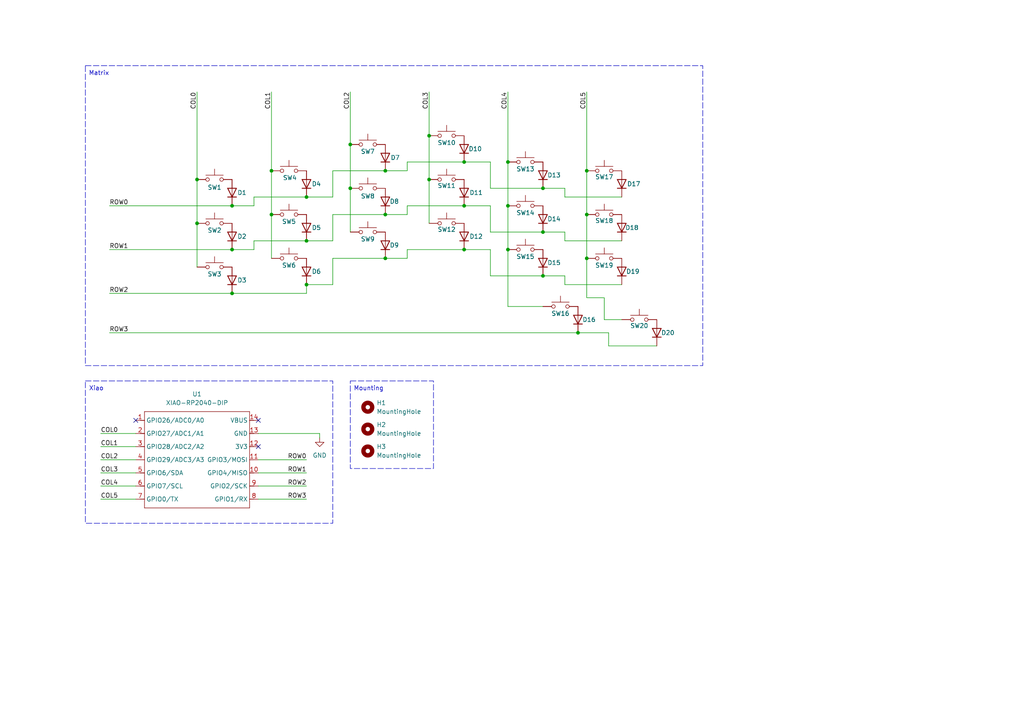
<source format=kicad_sch>
(kicad_sch (version 20250114) (generator "eeschema") (generator_version "9.0")
  (paper "A4")
  (lib_symbols
    (symbol "Device:D" (pin_numbers (hide yes)) (pin_names (offset 1.016) (hide yes))
      (property "Reference" "D" (at 0 2.54 0))
      (property "Value" "D" (at 0 -2.54 0))
      (symbol "D_0_1"
        (polyline (pts (xy -1.27 1.27) (xy -1.27 -1.27)) (stroke (width 0.254)))
        (polyline (pts (xy 1.27 1.27) (xy 1.27 -1.27) (xy -1.27 0) (xy 1.27 1.27)) (stroke (width 0.254)))
        (polyline (pts (xy 1.27 0) (xy -1.27 0)))
      )
      (symbol "D_1_1"
        (pin passive line (at -3.81 0 0) (length 2.54) (name "K") (number "1"))
        (pin passive line (at 3.81 0 180) (length 2.54) (name "A") (number "2"))
      )
    )
    (symbol "Mechanical:MountingHole" (pin_names (offset 1.016)) (in_bom no)
      (property "Reference" "H" (at 0 5.08 0))
      (property "Value" "MountingHole" (at 0 3.175 0))
      (symbol "MountingHole_0_1"
        (circle (center 0 0) (radius 1.27) (stroke (width 1.27)))
      )
    )
    (symbol "Seeed_Studio_XIAO_Series:XIAO-RP2040-DIP"
      (property "Reference" "U" (at 0 0 0))
      (property "Value" "XIAO-RP2040-DIP" (at 5.334 -1.778 0))
      (symbol "XIAO-RP2040-DIP_1_0"
        (polyline (pts (xy -1.27 -2.54) (xy 29.21 -2.54)) (stroke (width 0.1524)))
        (polyline (pts (xy -1.27 -5.08) (xy -2.54 -5.08)) (stroke (width 0.1524)))
        (polyline (pts (xy -1.27 -5.08) (xy -1.27 -2.54)) (stroke (width 0.1524)))
        (polyline (pts (xy -1.27 -8.89) (xy -2.54 -8.89)) (stroke (width 0.1524)))
        (polyline (pts (xy -1.27 -8.89) (xy -1.27 -5.08)) (stroke (width 0.1524)))
        (polyline (pts (xy -1.27 -12.7) (xy -2.54 -12.7)) (stroke (width 0.1524)))
        (polyline (pts (xy -1.27 -12.7) (xy -1.27 -8.89)) (stroke (width 0.1524)))
        (polyline (pts (xy -1.27 -16.51) (xy -2.54 -16.51)) (stroke (width 0.1524)))
        (polyline (pts (xy -1.27 -16.51) (xy -1.27 -12.7)) (stroke (width 0.1524)))
        (polyline (pts (xy -1.27 -20.32) (xy -2.54 -20.32)) (stroke (width 0.1524)))
        (polyline (pts (xy -1.27 -24.13) (xy -2.54 -24.13)) (stroke (width 0.1524)))
        (polyline (pts (xy -1.27 -27.94) (xy -2.54 -27.94)) (stroke (width 0.1524)))
        (polyline (pts (xy -1.27 -30.48) (xy -1.27 -16.51)) (stroke (width 0.1524)))
        (polyline (pts (xy 29.21 -2.54) (xy 29.21 -5.08)) (stroke (width 0.1524)))
        (polyline (pts (xy 29.21 -5.08) (xy 29.21 -8.89)) (stroke (width 0.1524)))
        (polyline (pts (xy 29.21 -8.89) (xy 29.21 -12.7)) (stroke (width 0.1524)))
        (polyline (pts (xy 29.21 -12.7) (xy 29.21 -30.48)) (stroke (width 0.1524)))
        (polyline (pts (xy 29.21 -30.48) (xy -1.27 -30.48)) (stroke (width 0.1524)))
        (polyline (pts (xy 30.48 -5.08) (xy 29.21 -5.08)) (stroke (width 0.1524)))
        (polyline (pts (xy 30.48 -8.89) (xy 29.21 -8.89)) (stroke (width 0.1524)))
        (polyline (pts (xy 30.48 -12.7) (xy 29.21 -12.7)) (stroke (width 0.1524)))
        (polyline (pts (xy 30.48 -16.51) (xy 29.21 -16.51)) (stroke (width 0.1524)))
        (polyline (pts (xy 30.48 -20.32) (xy 29.21 -20.32)) (stroke (width 0.1524)))
        (polyline (pts (xy 30.48 -24.13) (xy 29.21 -24.13)) (stroke (width 0.1524)))
        (polyline (pts (xy 30.48 -27.94) (xy 29.21 -27.94)) (stroke (width 0.1524)))
        (pin passive line (at -3.81 -5.08 0) (length 2.54) (name "GPIO26/ADC0/A0") (number "1"))
        (pin passive line (at -3.81 -8.89 0) (length 2.54) (name "GPIO27/ADC1/A1") (number "2"))
        (pin passive line (at -3.81 -12.7 0) (length 2.54) (name "GPIO28/ADC2/A2") (number "3"))
        (pin passive line (at -3.81 -16.51 0) (length 2.54) (name "GPIO29/ADC3/A3") (number "4"))
        (pin passive line (at -3.81 -20.32 0) (length 2.54) (name "GPIO6/SDA") (number "5"))
        (pin passive line (at -3.81 -24.13 0) (length 2.54) (name "GPIO7/SCL") (number "6"))
        (pin passive line (at -3.81 -27.94 0) (length 2.54) (name "GPIO0/TX") (number "7"))
        (pin passive line (at 31.75 -5.08 180) (length 2.54) (name "VBUS") (number "14"))
        (pin passive line (at 31.75 -8.89 180) (length 2.54) (name "GND") (number "13"))
        (pin passive line (at 31.75 -12.7 180) (length 2.54) (name "3V3") (number "12"))
        (pin passive line (at 31.75 -16.51 180) (length 2.54) (name "GPIO3/MOSI") (number "11"))
        (pin passive line (at 31.75 -20.32 180) (length 2.54) (name "GPIO4/MISO") (number "10"))
        (pin passive line (at 31.75 -24.13 180) (length 2.54) (name "GPIO2/SCK") (number "9"))
        (pin passive line (at 31.75 -27.94 180) (length 2.54) (name "GPIO1/RX") (number "8"))
      )
    )
    (symbol "Switch:SW_Push" (pin_numbers (hide yes)) (pin_names (offset 1.016) (hide yes))
      (property "Reference" "SW" (at 1.27 2.54 0))
      (property "Value" "SW_Push" (at 0 -1.524 0))
      (symbol "SW_Push_0_1"
        (circle (center -2.032 0) (radius 0.508))
        (polyline (pts (xy 0 1.27) (xy 0 3.048)))
        (circle (center 2.032 0) (radius 0.508))
        (polyline (pts (xy 2.54 1.27) (xy -2.54 1.27)))
        (pin passive line (at -5.08 0 0) (length 2.54) (name "1") (number "1"))
        (pin passive line (at 5.08 0 180) (length 2.54) (name "2") (number "2"))
      )
    )
    (symbol "power:GND" (power) (pin_numbers (hide yes)) (pin_names (offset 0) (hide yes))
      (property "Value" "GND" (at 0 -3.81 0))
      (symbol "GND_0_1"
        (polyline (pts (xy 0 0) (xy 0 -1.27) (xy 1.27 -1.27) (xy 0 -2.54) (xy -1.27 -1.27) (xy 0 -1.27)))
      )
      (symbol "GND_1_1"
        (pin power_in line (at 0 0 270) (length 0) (name "~") (number "1"))
      )
    )
  )
  (rectangle (start 24.765 19.05) (end 203.835 106.045) (stroke (width 0) (type dash)))
  (rectangle (start 101.6 110.49) (end 125.73 135.89) (stroke (width 0) (type dash)))
  (rectangle (start 24.765 110.49) (end 96.52 151.765) (stroke (width 0) (type dash)))
  (text "Xiao" (at 27.94 112.776 0) (effects (font (size 1.27 1.27))))
  (text "Mounting" (at 106.934 112.776 0) (effects (font (size 1.27 1.27))))
  (text "Matrix" (at 28.702 21.336 0) (effects (font (size 1.27 1.27))))
  (junction (at 111.76 49.53))
  (junction (at 67.31 85.09))
  (junction (at 147.32 46.99))
  (junction (at 88.9 69.85))
  (junction (at 67.31 72.39))
  (junction (at 57.15 52.07))
  (junction (at 124.46 52.07))
  (junction (at 170.18 62.23))
  (junction (at 147.32 72.39))
  (junction (at 157.48 80.01))
  (junction (at 88.9 57.15))
  (junction (at 57.15 64.77))
  (junction (at 134.62 46.99))
  (junction (at 157.48 54.61))
  (junction (at 111.76 74.93))
  (junction (at 88.9 82.55))
  (junction (at 147.32 59.69))
  (junction (at 134.62 59.69))
  (junction (at 124.46 39.37))
  (junction (at 101.6 41.91))
  (junction (at 101.6 54.61))
  (junction (at 78.74 49.53))
  (junction (at 167.64 96.52))
  (junction (at 111.76 62.23))
  (junction (at 157.48 67.31))
  (junction (at 67.31 59.69))
  (junction (at 170.18 74.93))
  (junction (at 78.74 62.23))
  (junction (at 134.62 72.39))
  (junction (at 170.18 49.53))
  (no_connect (at 39.37 121.92))
  (no_connect (at 74.93 121.92))
  (no_connect (at 74.93 129.54))
  (wire (pts (xy 142.24 67.31) (xy 157.48 67.31)))
  (wire (pts (xy 29.21 129.54) (xy 39.37 129.54)))
  (wire (pts (xy 163.83 57.15) (xy 180.34 57.15)))
  (wire (pts (xy 170.18 86.36) (xy 175.26 86.36)))
  (wire (pts (xy 111.76 74.93) (xy 118.11 74.93)))
  (wire (pts (xy 67.31 72.39) (xy 73.66 72.39)))
  (wire (pts (xy 118.11 74.93) (xy 118.11 72.39)))
  (wire (pts (xy 88.9 57.15) (xy 96.52 57.15)))
  (wire (pts (xy 57.15 64.77) (xy 57.15 77.47)))
  (wire (pts (xy 142.24 72.39) (xy 142.24 80.01)))
  (wire (pts (xy 170.18 49.53) (xy 170.18 62.23)))
  (wire (pts (xy 96.52 62.23) (xy 111.76 62.23)))
  (wire (pts (xy 118.11 49.53) (xy 118.11 46.99)))
  (wire (pts (xy 118.11 72.39) (xy 134.62 72.39)))
  (wire (pts (xy 163.83 82.55) (xy 180.34 82.55)))
  (wire (pts (xy 96.52 74.93) (xy 111.76 74.93)))
  (wire (pts (xy 88.9 69.85) (xy 96.52 69.85)))
  (wire (pts (xy 124.46 39.37) (xy 124.46 52.07)))
  (wire (pts (xy 118.11 59.69) (xy 134.62 59.69)))
  (wire (pts (xy 134.62 59.69) (xy 142.24 59.69)))
  (wire (pts (xy 88.9 82.55) (xy 96.52 82.55)))
  (wire (pts (xy 78.74 49.53) (xy 78.74 62.23)))
  (wire (pts (xy 142.24 59.69) (xy 142.24 67.31)))
  (wire (pts (xy 147.32 46.99) (xy 147.32 59.69)))
  (wire (pts (xy 101.6 26.67) (xy 101.6 41.91)))
  (wire (pts (xy 175.26 86.36) (xy 175.26 92.71)))
  (wire (pts (xy 118.11 46.99) (xy 134.62 46.99)))
  (wire (pts (xy 29.21 144.78) (xy 39.37 144.78)))
  (wire (pts (xy 147.32 59.69) (xy 147.32 72.39)))
  (wire (pts (xy 96.52 69.85) (xy 96.52 62.23)))
  (wire (pts (xy 170.18 62.23) (xy 170.18 74.93)))
  (wire (pts (xy 157.48 67.31) (xy 163.83 67.31)))
  (wire (pts (xy 67.31 85.09) (xy 88.9 85.09)))
  (wire (pts (xy 74.93 133.35) (xy 88.9 133.35)))
  (wire (pts (xy 157.48 80.01) (xy 163.83 80.01)))
  (wire (pts (xy 118.11 62.23) (xy 118.11 59.69)))
  (wire (pts (xy 67.31 59.69) (xy 73.66 59.69)))
  (wire (pts (xy 96.52 57.15) (xy 96.52 49.53)))
  (wire (pts (xy 31.75 72.39) (xy 67.31 72.39)))
  (wire (pts (xy 74.93 125.73) (xy 92.71 125.73)))
  (wire (pts (xy 142.24 80.01) (xy 157.48 80.01)))
  (wire (pts (xy 170.18 26.67) (xy 170.18 49.53)))
  (wire (pts (xy 163.83 69.85) (xy 180.34 69.85)))
  (wire (pts (xy 176.53 100.33) (xy 176.53 96.52)))
  (wire (pts (xy 134.62 72.39) (xy 142.24 72.39)))
  (wire (pts (xy 147.32 26.67) (xy 147.32 46.99)))
  (wire (pts (xy 190.5 100.33) (xy 176.53 100.33)))
  (wire (pts (xy 73.66 57.15) (xy 88.9 57.15)))
  (wire (pts (xy 31.75 85.09) (xy 67.31 85.09)))
  (wire (pts (xy 134.62 46.99) (xy 142.24 46.99)))
  (wire (pts (xy 124.46 26.67) (xy 124.46 39.37)))
  (wire (pts (xy 163.83 67.31) (xy 163.83 69.85)))
  (wire (pts (xy 73.66 69.85) (xy 73.66 72.39)))
  (wire (pts (xy 57.15 52.07) (xy 57.15 64.77)))
  (wire (pts (xy 73.66 57.15) (xy 73.66 59.69)))
  (wire (pts (xy 78.74 62.23) (xy 78.74 74.93)))
  (wire (pts (xy 124.46 52.07) (xy 124.46 64.77)))
  (wire (pts (xy 29.21 140.97) (xy 39.37 140.97)))
  (wire (pts (xy 147.32 72.39) (xy 147.32 88.9)))
  (wire (pts (xy 111.76 62.23) (xy 118.11 62.23)))
  (wire (pts (xy 101.6 54.61) (xy 101.6 67.31)))
  (wire (pts (xy 142.24 54.61) (xy 157.48 54.61)))
  (wire (pts (xy 170.18 74.93) (xy 170.18 86.36)))
  (wire (pts (xy 29.21 137.16) (xy 39.37 137.16)))
  (wire (pts (xy 29.21 125.73) (xy 39.37 125.73)))
  (wire (pts (xy 88.9 69.85) (xy 73.66 69.85)))
  (wire (pts (xy 111.76 49.53) (xy 118.11 49.53)))
  (wire (pts (xy 147.32 88.9) (xy 157.48 88.9)))
  (wire (pts (xy 101.6 41.91) (xy 101.6 54.61)))
  (wire (pts (xy 96.52 49.53) (xy 111.76 49.53)))
  (wire (pts (xy 88.9 85.09) (xy 88.9 82.55)))
  (wire (pts (xy 142.24 46.99) (xy 142.24 54.61)))
  (wire (pts (xy 163.83 54.61) (xy 163.83 57.15)))
  (wire (pts (xy 31.75 59.69) (xy 67.31 59.69)))
  (wire (pts (xy 74.93 137.16) (xy 88.9 137.16)))
  (wire (pts (xy 163.83 80.01) (xy 163.83 82.55)))
  (wire (pts (xy 96.52 82.55) (xy 96.52 74.93)))
  (wire (pts (xy 57.15 26.67) (xy 57.15 52.07)))
  (wire (pts (xy 29.21 133.35) (xy 39.37 133.35)))
  (wire (pts (xy 31.75 96.52) (xy 167.64 96.52)))
  (wire (pts (xy 175.26 92.71) (xy 180.34 92.71)))
  (wire (pts (xy 167.64 96.52) (xy 176.53 96.52)))
  (wire (pts (xy 74.93 140.97) (xy 88.9 140.97)))
  (wire (pts (xy 78.74 26.67) (xy 78.74 49.53)))
  (wire (pts (xy 74.93 144.78) (xy 88.9 144.78)))
  (wire (pts (xy 92.71 125.73) (xy 92.71 127)))
  (wire (pts (xy 157.48 54.61) (xy 163.83 54.61)))
  (label "ROW0" (at 88.9 133.35 180))
  (label "COL2" (at 29.21 133.35 0))
  (label "COL3" (at 124.46 26.67 270))
  (label "COL4" (at 147.32 26.67 270))
  (label "COL5" (at 29.21 144.78 0))
  (label "ROW2" (at 31.75 85.09 0))
  (label "ROW3" (at 88.9 144.78 180))
  (label "COL0" (at 29.21 125.73 0))
  (label "ROW0" (at 31.75 59.69 0))
  (label "COL2" (at 101.6 26.67 270))
  (label "ROW1" (at 88.9 137.16 180))
  (label "ROW2" (at 88.9 140.97 180))
  (label "COL0" (at 57.15 26.67 270))
  (label "COL3" (at 29.21 137.16 0))
  (label "COL1" (at 29.21 129.54 0))
  (label "ROW3" (at 31.75 96.52 0))
  (label "COL4" (at 29.21 140.97 0))
  (label "COL1" (at 78.74 26.67 270))
  (label "COL5" (at 170.18 26.67 270))
  (label "ROW1" (at 31.75 72.39 0))
  (symbol (lib_id "Device:D") (at 67.31 68.58 90) (unit 1)
    (property "Reference" "D2" (at 68.834 68.58 90) (effects (justify right)))
    (property "Value" "D" (effects (hide yes)))
    (property "Footprint" "Diode_SMD:D_SMA-SMB_Universal_Handsoldering" (effects (hide yes)))
    (property "Description" "Diode" (effects (hide yes)))
    (property "Sim.Device" "D" (effects (hide yes)))
    (property "Sim.Pins" "1=K 2=A" (effects (hide yes)))
    (instances (project "NordBoard" (path "" (reference "D2") (unit 1)) (path "" (reference "D22") (unit 1))))
  )
  (symbol (lib_id "Device:D") (at 134.62 43.18 90) (unit 1)
    (property "Reference" "D10" (at 135.89 43.18 90) (effects (justify right)))
    (property "Value" "D" (effects (hide yes)))
    (property "Footprint" "Diode_SMD:D_SMA-SMB_Universal_Handsoldering" (effects (hide yes)))
    (property "Description" "Diode" (effects (hide yes)))
    (property "Sim.Device" "D" (effects (hide yes)))
    (property "Sim.Pins" "1=K 2=A" (effects (hide yes)))
    (instances (project "NordBoard" (path "" (reference "D10") (unit 1)) (path "" (reference "D30") (unit 1))))
  )
  (symbol (lib_id "Switch:SW_Push") (at 152.4 72.39 0) (unit 1)
    (property "Reference" "SW15" (at 152.4 74.422 0))
    (property "Value" "SW_Push" (effects (hide yes)))
    (property "Footprint" "PCM_marbastlib-choc:SW_choc_v1_1u" (effects (hide yes)))
    (property "Description" "Push button switch, generic, two pins" (effects (hide yes)))
    (instances (project "NordBoard" (path "" (reference "SW15") (unit 1)) (path "" (reference "SW35") (unit 1))))
  )
  (symbol (lib_id "Device:D") (at 111.76 58.42 90) (unit 1)
    (property "Reference" "D8" (at 113.03 58.42 90) (effects (justify right)))
    (property "Value" "D" (effects (hide yes)))
    (property "Footprint" "Diode_SMD:D_SMA-SMB_Universal_Handsoldering" (effects (hide yes)))
    (property "Description" "Diode" (effects (hide yes)))
    (property "Sim.Device" "D" (effects (hide yes)))
    (property "Sim.Pins" "1=K 2=A" (effects (hide yes)))
    (instances (project "NordBoard" (path "" (reference "D8") (unit 1)) (path "" (reference "D28") (unit 1))))
  )
  (symbol (lib_id "Switch:SW_Push") (at 175.26 74.93 0) (unit 1)
    (property "Reference" "SW19" (at 175.26 76.962 0))
    (property "Value" "SW_Push" (effects (hide yes)))
    (property "Footprint" "PCM_marbastlib-choc:SW_choc_v1_1u" (effects (hide yes)))
    (property "Description" "Push button switch, generic, two pins" (effects (hide yes)))
    (instances (project "NordBoard" (path "" (reference "SW19") (unit 1)) (path "" (reference "SW39") (unit 1))))
  )
  (symbol (lib_id "Switch:SW_Push") (at 129.54 39.37 0) (unit 1)
    (property "Reference" "SW10" (at 129.54 41.402 0))
    (property "Value" "SW_Push" (effects (hide yes)))
    (property "Footprint" "PCM_marbastlib-choc:SW_choc_v1_1u" (effects (hide yes)))
    (property "Description" "Push button switch, generic, two pins" (effects (hide yes)))
    (instances (project "NordBoard" (path "" (reference "SW10") (unit 1)) (path "" (reference "SW30") (unit 1))))
  )
  (symbol (lib_id "Switch:SW_Push") (at 185.42 92.71 0) (unit 1)
    (property "Reference" "SW20" (at 185.42 94.488 0))
    (property "Value" "SW_Push" (effects (hide yes)))
    (property "Footprint" "PCM_marbastlib-choc:SW_choc_v1_1u" (effects (hide yes)))
    (property "Description" "Push button switch, generic, two pins" (effects (hide yes)))
    (instances (project "NordBoard" (path "" (reference "SW20") (unit 1)) (path "" (reference "SW40") (unit 1))))
  )
  (symbol (lib_id "Mechanical:MountingHole") (at 106.68 118.11 0) (unit 1) (in_bom no)
    (property "Reference" "H1" (at 109.22 116.8399 0) (effects (justify left)))
    (property "Value" "MountingHole" (at 109.22 119.3799 0) (effects (justify left)))
    (property "Footprint" "MountingHole:MountingHole_2.2mm_M2" (effects (hide yes)))
    (property "Description" "Mounting Hole without connection" (effects (hide yes)))
    (instances (project "" (path "" (reference "H1") (unit 1)) (path "" (reference "H4") (unit 1))))
  )
  (symbol (lib_id "Switch:SW_Push") (at 62.23 77.47 0) (unit 1)
    (property "Reference" "SW3" (at 62.23 79.502 0))
    (property "Value" "SW_Push" (effects (hide yes)))
    (property "Footprint" "PCM_marbastlib-choc:SW_choc_v1_1u" (effects (hide yes)))
    (property "Description" "Push button switch, generic, two pins" (effects (hide yes)))
    (instances (project "NordBoard" (path "" (reference "SW3") (unit 1)) (path "" (reference "SW23") (unit 1))))
  )
  (symbol (lib_id "Switch:SW_Push") (at 175.26 49.53 0) (unit 1)
    (property "Reference" "SW17" (at 175.26 51.308 0))
    (property "Value" "SW_Push" (effects (hide yes)))
    (property "Footprint" "PCM_marbastlib-choc:SW_choc_v1_1u" (effects (hide yes)))
    (property "Description" "Push button switch, generic, two pins" (effects (hide yes)))
    (instances (project "NordBoard" (path "" (reference "SW17") (unit 1)) (path "" (reference "SW37") (unit 1))))
  )
  (symbol (lib_id "Device:D") (at 67.31 55.88 90) (unit 1)
    (property "Reference" "D1" (at 68.834 55.88 90) (effects (justify right)))
    (property "Value" "D" (effects (hide yes)))
    (property "Footprint" "Diode_SMD:D_SMA-SMB_Universal_Handsoldering" (effects (hide yes)))
    (property "Description" "Diode" (effects (hide yes)))
    (property "Sim.Device" "D" (effects (hide yes)))
    (property "Sim.Pins" "1=K 2=A" (effects (hide yes)))
    (instances (project "NordBoard" (path "" (reference "D1") (unit 1)) (path "" (reference "D21") (unit 1))))
  )
  (symbol (lib_id "Switch:SW_Push") (at 129.54 52.07 0) (unit 1)
    (property "Reference" "SW11" (at 129.54 53.848 0))
    (property "Value" "SW_Push" (effects (hide yes)))
    (property "Footprint" "PCM_marbastlib-choc:SW_choc_v1_1u" (effects (hide yes)))
    (property "Description" "Push button switch, generic, two pins" (effects (hide yes)))
    (instances (project "NordBoard" (path "" (reference "SW11") (unit 1)) (path "" (reference "SW31") (unit 1))))
  )
  (symbol (lib_id "Device:D") (at 180.34 53.34 90) (unit 1)
    (property "Reference" "D17" (at 181.864 53.34 90) (effects (justify right)))
    (property "Value" "D" (effects (hide yes)))
    (property "Footprint" "Diode_SMD:D_SMA-SMB_Universal_Handsoldering" (effects (hide yes)))
    (property "Description" "Diode" (effects (hide yes)))
    (property "Sim.Device" "D" (effects (hide yes)))
    (property "Sim.Pins" "1=K 2=A" (effects (hide yes)))
    (instances (project "NordBoard" (path "" (reference "D17") (unit 1)) (path "" (reference "D37") (unit 1))))
  )
  (symbol (lib_id "Device:D") (at 167.64 92.71 90) (unit 1)
    (property "Reference" "D16" (at 168.91 92.71 90) (effects (justify right)))
    (property "Value" "D" (effects (hide yes)))
    (property "Footprint" "Diode_SMD:D_SMA-SMB_Universal_Handsoldering" (effects (hide yes)))
    (property "Description" "Diode" (effects (hide yes)))
    (property "Sim.Device" "D" (effects (hide yes)))
    (property "Sim.Pins" "1=K 2=A" (effects (hide yes)))
    (instances (project "NordBoard" (path "" (reference "D16") (unit 1)) (path "" (reference "D36") (unit 1))))
  )
  (symbol (lib_id "Device:D") (at 190.5 96.52 90) (unit 1)
    (property "Reference" "D20" (at 191.77 96.52 90) (effects (justify right)))
    (property "Value" "D" (effects (hide yes)))
    (property "Footprint" "Diode_SMD:D_SMA-SMB_Universal_Handsoldering" (effects (hide yes)))
    (property "Description" "Diode" (effects (hide yes)))
    (property "Sim.Device" "D" (effects (hide yes)))
    (property "Sim.Pins" "1=K 2=A" (effects (hide yes)))
    (instances (project "NordBoard" (path "" (reference "D20") (unit 1)) (path "" (reference "D40") (unit 1))))
  )
  (symbol (lib_id "Device:D") (at 157.48 76.2 90) (unit 1)
    (property "Reference" "D15" (at 158.75 76.2 90) (effects (justify right)))
    (property "Value" "D" (effects (hide yes)))
    (property "Footprint" "Diode_SMD:D_SMA-SMB_Universal_Handsoldering" (effects (hide yes)))
    (property "Description" "Diode" (effects (hide yes)))
    (property "Sim.Device" "D" (effects (hide yes)))
    (property "Sim.Pins" "1=K 2=A" (effects (hide yes)))
    (instances (project "NordBoard" (path "" (reference "D15") (unit 1)) (path "" (reference "D35") (unit 1))))
  )
  (symbol (lib_id "Switch:SW_Push") (at 106.68 41.91 0) (unit 1)
    (property "Reference" "SW7" (at 106.68 43.942 0))
    (property "Value" "SW_Push" (effects (hide yes)))
    (property "Footprint" "PCM_marbastlib-choc:SW_choc_v1_1u" (effects (hide yes)))
    (property "Description" "Push button switch, generic, two pins" (effects (hide yes)))
    (instances (project "NordBoard" (path "" (reference "SW7") (unit 1)) (path "" (reference "SW27") (unit 1))))
  )
  (symbol (lib_id "power:GND") (at 92.71 127 0) (unit 1)
    (property "Reference" "#PWR03" (effects (hide yes)))
    (property "Value" "GND" (at 92.71 132.08 0))
    (property "Description" "Power symbol creates a global label with name \"GND\" , ground" (effects (hide yes)))
    (instances (project "NordBoard" (path "" (reference "#PWR03") (unit 1)) (path "" (reference "#PWR04") (unit 1))))
  )
  (symbol (lib_id "Switch:SW_Push") (at 162.56 88.9 0) (unit 1)
    (property "Reference" "SW16" (at 162.56 90.932 0))
    (property "Value" "SW_Push" (effects (hide yes)))
    (property "Footprint" "PCM_marbastlib-choc:SW_choc_v1_1u" (effects (hide yes)))
    (property "Description" "Push button switch, generic, two pins" (effects (hide yes)))
    (instances (project "NordBoard" (path "" (reference "SW16") (unit 1)) (path "" (reference "SW36") (unit 1))))
  )
  (symbol (lib_id "Seeed_Studio_XIAO_Series:XIAO-RP2040-DIP") (at 43.18 116.84 0) (unit 1)
    (property "Reference" "U1" (at 57.15 114.3 0))
    (property "Value" "XIAO-RP2040-DIP" (at 57.15 116.84 0))
    (property "Footprint" "Seeed Studio XIAO Series Library:XIAO-RP2040-DIP" (effects (hide yes)))
    (instances (project "" (path "" (reference "U1") (unit 1)) (path "" (reference "U2") (unit 1))))
  )
  (symbol (lib_id "Switch:SW_Push") (at 62.23 52.07 0) (unit 1)
    (property "Reference" "SW1" (at 62.23 54.356 0))
    (property "Value" "SW_Push" (effects (hide yes)))
    (property "Footprint" "PCM_marbastlib-choc:SW_choc_v1_1u" (effects (hide yes)))
    (property "Description" "Push button switch, generic, two pins" (effects (hide yes)))
    (instances (project "NordBoard" (path "" (reference "SW1") (unit 1)) (path "" (reference "SW21") (unit 1))))
  )
  (symbol (lib_id "Device:D") (at 157.48 50.8 90) (unit 1)
    (property "Reference" "D13" (at 158.75 50.8 90) (effects (justify right)))
    (property "Value" "D" (effects (hide yes)))
    (property "Footprint" "Diode_SMD:D_SMA-SMB_Universal_Handsoldering" (effects (hide yes)))
    (property "Description" "Diode" (effects (hide yes)))
    (property "Sim.Device" "D" (effects (hide yes)))
    (property "Sim.Pins" "1=K 2=A" (effects (hide yes)))
    (instances (project "NordBoard" (path "" (reference "D13") (unit 1)) (path "" (reference "D33") (unit 1))))
  )
  (symbol (lib_id "Device:D") (at 157.48 63.5 90) (unit 1)
    (property "Reference" "D14" (at 158.75 63.5 90) (effects (justify right)))
    (property "Value" "D" (effects (hide yes)))
    (property "Footprint" "Diode_SMD:D_SMA-SMB_Universal_Handsoldering" (effects (hide yes)))
    (property "Description" "Diode" (effects (hide yes)))
    (property "Sim.Device" "D" (effects (hide yes)))
    (property "Sim.Pins" "1=K 2=A" (effects (hide yes)))
    (instances (project "NordBoard" (path "" (reference "D14") (unit 1)) (path "" (reference "D34") (unit 1))))
  )
  (symbol (lib_id "Device:D") (at 88.9 53.34 90) (unit 1)
    (property "Reference" "D4" (at 90.424 53.34 90) (effects (justify right)))
    (property "Value" "D" (effects (hide yes)))
    (property "Footprint" "Diode_SMD:D_SMA-SMB_Universal_Handsoldering" (effects (hide yes)))
    (property "Description" "Diode" (effects (hide yes)))
    (property "Sim.Device" "D" (effects (hide yes)))
    (property "Sim.Pins" "1=K 2=A" (effects (hide yes)))
    (instances (project "NordBoard" (path "" (reference "D4") (unit 1)) (path "" (reference "D24") (unit 1))))
  )
  (symbol (lib_id "Mechanical:MountingHole") (at 106.68 124.46 0) (unit 1) (in_bom no)
    (property "Reference" "H2" (at 109.22 123.1899 0) (effects (justify left)))
    (property "Value" "MountingHole" (at 109.22 125.7299 0) (effects (justify left)))
    (property "Footprint" "MountingHole:MountingHole_2.2mm_M2" (effects (hide yes)))
    (property "Description" "Mounting Hole without connection" (effects (hide yes)))
    (instances (project "NordBoard" (path "" (reference "H2") (unit 1)) (path "" (reference "H5") (unit 1))))
  )
  (symbol (lib_id "Device:D") (at 67.31 81.28 90) (unit 1)
    (property "Reference" "D3" (at 68.834 81.28 90) (effects (justify right)))
    (property "Value" "D" (effects (hide yes)))
    (property "Footprint" "Diode_SMD:D_SMA-SMB_Universal_Handsoldering" (effects (hide yes)))
    (property "Description" "Diode" (effects (hide yes)))
    (property "Sim.Device" "D" (effects (hide yes)))
    (property "Sim.Pins" "1=K 2=A" (effects (hide yes)))
    (instances (project "NordBoard" (path "" (reference "D3") (unit 1)) (path "" (reference "D23") (unit 1))))
  )
  (symbol (lib_id "Device:D") (at 111.76 45.72 90) (unit 1)
    (property "Reference" "D7" (at 113.284 45.72 90) (effects (justify right)))
    (property "Value" "D" (effects (hide yes)))
    (property "Footprint" "Diode_SMD:D_SMA-SMB_Universal_Handsoldering" (effects (hide yes)))
    (property "Description" "Diode" (effects (hide yes)))
    (property "Sim.Device" "D" (effects (hide yes)))
    (property "Sim.Pins" "1=K 2=A" (effects (hide yes)))
    (instances (project "NordBoard" (path "" (reference "D7") (unit 1)) (path "" (reference "D27") (unit 1))))
  )
  (symbol (lib_id "Switch:SW_Push") (at 106.68 67.31 0) (unit 1)
    (property "Reference" "SW9" (at 106.68 69.342 0))
    (property "Value" "SW_Push" (effects (hide yes)))
    (property "Footprint" "PCM_marbastlib-choc:SW_choc_v1_1u" (effects (hide yes)))
    (property "Description" "Push button switch, generic, two pins" (effects (hide yes)))
    (instances (project "NordBoard" (path "" (reference "SW9") (unit 1)) (path "" (reference "SW29") (unit 1))))
  )
  (symbol (lib_id "Switch:SW_Push") (at 152.4 46.99 0) (unit 1)
    (property "Reference" "SW13" (at 152.4 49.022 0))
    (property "Value" "SW_Push" (effects (hide yes)))
    (property "Footprint" "PCM_marbastlib-choc:SW_choc_v1_1u" (effects (hide yes)))
    (property "Description" "Push button switch, generic, two pins" (effects (hide yes)))
    (instances (project "NordBoard" (path "" (reference "SW13") (unit 1)) (path "" (reference "SW33") (unit 1))))
  )
  (symbol (lib_id "Switch:SW_Push") (at 175.26 62.23 0) (unit 1)
    (property "Reference" "SW18" (at 175.26 64.008 0))
    (property "Value" "SW_Push" (effects (hide yes)))
    (property "Footprint" "PCM_marbastlib-choc:SW_choc_v1_1u" (effects (hide yes)))
    (property "Description" "Push button switch, generic, two pins" (effects (hide yes)))
    (instances (project "NordBoard" (path "" (reference "SW18") (unit 1)) (path "" (reference "SW38") (unit 1))))
  )
  (symbol (lib_id "Switch:SW_Push") (at 129.54 64.77 0) (unit 1)
    (property "Reference" "SW12" (at 129.54 66.548 0))
    (property "Value" "SW_Push" (effects (hide yes)))
    (property "Footprint" "PCM_marbastlib-choc:SW_choc_v1_1u" (effects (hide yes)))
    (property "Description" "Push button switch, generic, two pins" (effects (hide yes)))
    (instances (project "NordBoard" (path "" (reference "SW12") (unit 1)) (path "" (reference "SW32") (unit 1))))
  )
  (symbol (lib_id "Device:D") (at 88.9 78.74 90) (unit 1)
    (property "Reference" "D6" (at 90.424 78.74 90) (effects (justify right)))
    (property "Value" "D" (effects (hide yes)))
    (property "Footprint" "Diode_SMD:D_SMA-SMB_Universal_Handsoldering" (effects (hide yes)))
    (property "Description" "Diode" (effects (hide yes)))
    (property "Sim.Device" "D" (effects (hide yes)))
    (property "Sim.Pins" "1=K 2=A" (effects (hide yes)))
    (instances (project "NordBoard" (path "" (reference "D6") (unit 1)) (path "" (reference "D26") (unit 1))))
  )
  (symbol (lib_id "Switch:SW_Push") (at 83.82 74.93 0) (unit 1)
    (property "Reference" "SW6" (at 83.82 76.962 0))
    (property "Value" "SW_Push" (effects (hide yes)))
    (property "Footprint" "PCM_marbastlib-choc:SW_choc_v1_1u" (effects (hide yes)))
    (property "Description" "Push button switch, generic, two pins" (effects (hide yes)))
    (instances (project "NordBoard" (path "" (reference "SW6") (unit 1)) (path "" (reference "SW26") (unit 1))))
  )
  (symbol (lib_id "Mechanical:MountingHole") (at 106.68 130.81 0) (unit 1) (in_bom no)
    (property "Reference" "H3" (at 109.22 129.5399 0) (effects (justify left)))
    (property "Value" "MountingHole" (at 109.22 132.0799 0) (effects (justify left)))
    (property "Footprint" "MountingHole:MountingHole_2.2mm_M2" (effects (hide yes)))
    (property "Description" "Mounting Hole without connection" (effects (hide yes)))
    (instances (project "NordBoard" (path "" (reference "H3") (unit 1)) (path "" (reference "H6") (unit 1))))
  )
  (symbol (lib_id "Device:D") (at 134.62 68.58 90) (unit 1)
    (property "Reference" "D12" (at 136.144 68.58 90) (effects (justify right)))
    (property "Value" "D" (effects (hide yes)))
    (property "Footprint" "Diode_SMD:D_SMA-SMB_Universal_Handsoldering" (effects (hide yes)))
    (property "Description" "Diode" (effects (hide yes)))
    (property "Sim.Device" "D" (effects (hide yes)))
    (property "Sim.Pins" "1=K 2=A" (effects (hide yes)))
    (instances (project "NordBoard" (path "" (reference "D12") (unit 1)) (path "" (reference "D32") (unit 1))))
  )
  (symbol (lib_id "Switch:SW_Push") (at 83.82 62.23 0) (unit 1)
    (property "Reference" "SW5" (at 83.82 64.262 0))
    (property "Value" "SW_Push" (effects (hide yes)))
    (property "Footprint" "PCM_marbastlib-choc:SW_choc_v1_1u" (effects (hide yes)))
    (property "Description" "Push button switch, generic, two pins" (effects (hide yes)))
    (instances (project "NordBoard" (path "" (reference "SW5") (unit 1)) (path "" (reference "SW25") (unit 1))))
  )
  (symbol (lib_id "Switch:SW_Push") (at 152.4 59.69 0) (unit 1)
    (property "Reference" "SW14" (at 152.4 61.722 0))
    (property "Value" "SW_Push" (effects (hide yes)))
    (property "Footprint" "PCM_marbastlib-choc:SW_choc_v1_1u" (effects (hide yes)))
    (property "Description" "Push button switch, generic, two pins" (effects (hide yes)))
    (instances (project "NordBoard" (path "" (reference "SW14") (unit 1)) (path "" (reference "SW34") (unit 1))))
  )
  (symbol (lib_id "Device:D") (at 180.34 66.04 90) (unit 1)
    (property "Reference" "D18" (at 181.356 66.04 90) (effects (justify right)))
    (property "Value" "D" (effects (hide yes)))
    (property "Footprint" "Diode_SMD:D_SMA-SMB_Universal_Handsoldering" (effects (hide yes)))
    (property "Description" "Diode" (effects (hide yes)))
    (property "Sim.Device" "D" (effects (hide yes)))
    (property "Sim.Pins" "1=K 2=A" (effects (hide yes)))
    (instances (project "NordBoard" (path "" (reference "D18") (unit 1)) (path "" (reference "D38") (unit 1))))
  )
  (symbol (lib_id "Switch:SW_Push") (at 106.68 54.61 0) (unit 1)
    (property "Reference" "SW8" (at 106.68 56.896 0))
    (property "Value" "SW_Push" (effects (hide yes)))
    (property "Footprint" "PCM_marbastlib-choc:SW_choc_v1_1u" (effects (hide yes)))
    (property "Description" "Push button switch, generic, two pins" (effects (hide yes)))
    (instances (project "NordBoard" (path "" (reference "SW8") (unit 1)) (path "" (reference "SW28") (unit 1))))
  )
  (symbol (lib_id "Switch:SW_Push") (at 83.82 49.53 0) (unit 1)
    (property "Reference" "SW4" (at 84.074 51.562 0))
    (property "Value" "SW_Push" (effects (hide yes)))
    (property "Footprint" "PCM_marbastlib-choc:SW_choc_v1_1u" (effects (hide yes)))
    (property "Description" "Push button switch, generic, two pins" (effects (hide yes)))
    (instances (project "NordBoard" (path "" (reference "SW4") (unit 1)) (path "" (reference "SW24") (unit 1))))
  )
  (symbol (lib_id "Device:D") (at 88.9 66.04 90) (unit 1)
    (property "Reference" "D5" (at 90.424 66.04 90) (effects (justify right)))
    (property "Value" "D" (effects (hide yes)))
    (property "Footprint" "Diode_SMD:D_SMA-SMB_Universal_Handsoldering" (effects (hide yes)))
    (property "Description" "Diode" (effects (hide yes)))
    (property "Sim.Device" "D" (effects (hide yes)))
    (property "Sim.Pins" "1=K 2=A" (effects (hide yes)))
    (instances (project "NordBoard" (path "" (reference "D5") (unit 1)) (path "" (reference "D25") (unit 1))))
  )
  (symbol (lib_id "Device:D") (at 111.76 71.12 90) (unit 1)
    (property "Reference" "D9" (at 113.03 71.12 90) (effects (justify right)))
    (property "Value" "D" (effects (hide yes)))
    (property "Footprint" "Diode_SMD:D_SMA-SMB_Universal_Handsoldering" (effects (hide yes)))
    (property "Description" "Diode" (effects (hide yes)))
    (property "Sim.Device" "D" (effects (hide yes)))
    (property "Sim.Pins" "1=K 2=A" (effects (hide yes)))
    (instances (project "NordBoard" (path "" (reference "D9") (unit 1)) (path "" (reference "D29") (unit 1))))
  )
  (symbol (lib_id "Device:D") (at 180.34 78.74 90) (unit 1)
    (property "Reference" "D19" (at 181.61 78.74 90) (effects (justify right)))
    (property "Value" "D" (effects (hide yes)))
    (property "Footprint" "Diode_SMD:D_SMA-SMB_Universal_Handsoldering" (effects (hide yes)))
    (property "Description" "Diode" (effects (hide yes)))
    (property "Sim.Device" "D" (effects (hide yes)))
    (property "Sim.Pins" "1=K 2=A" (effects (hide yes)))
    (instances (project "NordBoard" (path "" (reference "D19") (unit 1)) (path "" (reference "D39") (unit 1))))
  )
  (symbol (lib_id "Device:D") (at 134.62 55.88 90) (unit 1)
    (property "Reference" "D11" (at 136.144 55.88 90) (effects (justify right)))
    (property "Value" "D" (effects (hide yes)))
    (property "Footprint" "Diode_SMD:D_SMA-SMB_Universal_Handsoldering" (effects (hide yes)))
    (property "Description" "Diode" (effects (hide yes)))
    (property "Sim.Device" "D" (effects (hide yes)))
    (property "Sim.Pins" "1=K 2=A" (effects (hide yes)))
    (instances (project "NordBoard" (path "" (reference "D11") (unit 1)) (path "" (reference "D31") (unit 1))))
  )
  (symbol (lib_id "Switch:SW_Push") (at 62.23 64.77 0) (unit 1)
    (property "Reference" "SW2" (at 62.23 66.802 0))
    (property "Value" "SW_Push" (effects (hide yes)))
    (property "Footprint" "PCM_marbastlib-choc:SW_choc_v1_1u" (effects (hide yes)))
    (property "Description" "Push button switch, generic, two pins" (effects (hide yes)))
    (instances (project "NordBoard" (path "" (reference "SW2") (unit 1)) (path "" (reference "SW22") (unit 1))))
  )
)
</source>
